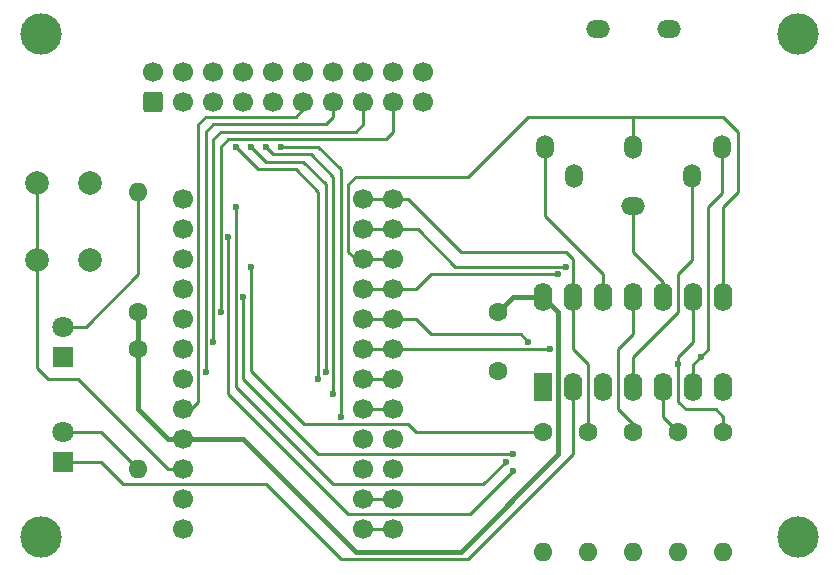
<source format=gtl>
G04 #@! TF.GenerationSoftware,KiCad,Pcbnew,(6.0.6)*
G04 #@! TF.CreationDate,2022-08-23T10:22:15+02:00*
G04 #@! TF.ProjectId,C64 XUM1541-II.kicad_pcb_DIN pas 5mm,43363420-5855-44d3-9135-34312d49492e,rev?*
G04 #@! TF.SameCoordinates,Original*
G04 #@! TF.FileFunction,Copper,L1,Top*
G04 #@! TF.FilePolarity,Positive*
%FSLAX46Y46*%
G04 Gerber Fmt 4.6, Leading zero omitted, Abs format (unit mm)*
G04 Created by KiCad (PCBNEW (6.0.6)) date 2022-08-23 10:22:15*
%MOMM*%
%LPD*%
G01*
G04 APERTURE LIST*
G04 Aperture macros list*
%AMRoundRect*
0 Rectangle with rounded corners*
0 $1 Rounding radius*
0 $2 $3 $4 $5 $6 $7 $8 $9 X,Y pos of 4 corners*
0 Add a 4 corners polygon primitive as box body*
4,1,4,$2,$3,$4,$5,$6,$7,$8,$9,$2,$3,0*
0 Add four circle primitives for the rounded corners*
1,1,$1+$1,$2,$3*
1,1,$1+$1,$4,$5*
1,1,$1+$1,$6,$7*
1,1,$1+$1,$8,$9*
0 Add four rect primitives between the rounded corners*
20,1,$1+$1,$2,$3,$4,$5,0*
20,1,$1+$1,$4,$5,$6,$7,0*
20,1,$1+$1,$6,$7,$8,$9,0*
20,1,$1+$1,$8,$9,$2,$3,0*%
G04 Aperture macros list end*
G04 #@! TA.AperFunction,ComponentPad*
%ADD10C,1.600000*%
G04 #@! TD*
G04 #@! TA.AperFunction,ComponentPad*
%ADD11C,3.500000*%
G04 #@! TD*
G04 #@! TA.AperFunction,ComponentPad*
%ADD12O,1.600000X1.600000*%
G04 #@! TD*
G04 #@! TA.AperFunction,ComponentPad*
%ADD13C,2.000000*%
G04 #@! TD*
G04 #@! TA.AperFunction,ComponentPad*
%ADD14R,1.600000X2.400000*%
G04 #@! TD*
G04 #@! TA.AperFunction,ComponentPad*
%ADD15O,1.600000X2.400000*%
G04 #@! TD*
G04 #@! TA.AperFunction,ComponentPad*
%ADD16O,1.524000X2.000000*%
G04 #@! TD*
G04 #@! TA.AperFunction,ComponentPad*
%ADD17O,2.000000X1.524000*%
G04 #@! TD*
G04 #@! TA.AperFunction,ComponentPad*
%ADD18R,1.800000X1.800000*%
G04 #@! TD*
G04 #@! TA.AperFunction,ComponentPad*
%ADD19C,1.800000*%
G04 #@! TD*
G04 #@! TA.AperFunction,ComponentPad*
%ADD20C,1.700000*%
G04 #@! TD*
G04 #@! TA.AperFunction,ComponentPad*
%ADD21RoundRect,0.250000X0.600000X-0.600000X0.600000X0.600000X-0.600000X0.600000X-0.600000X-0.600000X0*%
G04 #@! TD*
G04 #@! TA.AperFunction,ViaPad*
%ADD22C,0.600000*%
G04 #@! TD*
G04 #@! TA.AperFunction,Conductor*
%ADD23C,0.250000*%
G04 #@! TD*
G04 #@! TA.AperFunction,Conductor*
%ADD24C,0.381000*%
G04 #@! TD*
G04 APERTURE END LIST*
D10*
X141605000Y-81280000D03*
X141605000Y-86280000D03*
D11*
X102870000Y-100330000D03*
X167005000Y-100330000D03*
X102870000Y-57785000D03*
D10*
X111125000Y-81280000D03*
D12*
X111125000Y-71120000D03*
D10*
X156845000Y-91440000D03*
D12*
X156845000Y-101600000D03*
D10*
X145415000Y-91440000D03*
D12*
X145415000Y-101600000D03*
D10*
X153035000Y-91440000D03*
D12*
X153035000Y-101600000D03*
D10*
X149225000Y-91440000D03*
D12*
X149225000Y-101600000D03*
D13*
X102525000Y-70410000D03*
X102525000Y-76910000D03*
X107025000Y-76910000D03*
X107025000Y-70410000D03*
D14*
X145415000Y-87630000D03*
D15*
X147955000Y-87630000D03*
X150495000Y-87630000D03*
X153035000Y-87630000D03*
X155575000Y-87630000D03*
X158115000Y-87630000D03*
X160655000Y-87630000D03*
X160655000Y-80010000D03*
X158115000Y-80010000D03*
X155575000Y-80010000D03*
X153035000Y-80010000D03*
X150495000Y-80010000D03*
X147955000Y-80010000D03*
X145415000Y-80010000D03*
D11*
X167005000Y-57785000D03*
D16*
X145535000Y-67310000D03*
X148035000Y-69810000D03*
X153035000Y-67310000D03*
X158035000Y-69810000D03*
X160535000Y-67310000D03*
D17*
X153035000Y-72310000D03*
X156035000Y-57310000D03*
X150035000Y-57310000D03*
D18*
X104775000Y-85090000D03*
D19*
X104775000Y-82550000D03*
D18*
X104775000Y-93980000D03*
D19*
X104775000Y-91440000D03*
D10*
X160655000Y-91440000D03*
D12*
X160655000Y-101600000D03*
D20*
X130175000Y-99695000D03*
X132715000Y-99695000D03*
X130175000Y-97155000D03*
X132715000Y-97155000D03*
X130175000Y-94615000D03*
X132715000Y-94615000D03*
X132715000Y-92075000D03*
X130175000Y-92075000D03*
X132715000Y-89535000D03*
X130175000Y-89535000D03*
X130175000Y-86995000D03*
X132715000Y-86995000D03*
X132715000Y-84455000D03*
X130175000Y-84455000D03*
X130175000Y-81915000D03*
X132715000Y-81915000D03*
X130175000Y-79375000D03*
X132715000Y-79375000D03*
X132715000Y-76835000D03*
X130175000Y-76835000D03*
X130175000Y-74295000D03*
X132715000Y-74295000D03*
X130175000Y-71755000D03*
X132715000Y-71755000D03*
X114935000Y-71755000D03*
X114935000Y-74295000D03*
X114935000Y-76835000D03*
X114935000Y-79375000D03*
X114935000Y-81915000D03*
X114935000Y-84455000D03*
X114935000Y-86995000D03*
X114935000Y-89535000D03*
X114935000Y-92075000D03*
X114935000Y-94615000D03*
X114935000Y-97155000D03*
X114935000Y-99695000D03*
D10*
X111125000Y-84455000D03*
D12*
X111125000Y-94615000D03*
D21*
X112395000Y-63500000D03*
D20*
X114935000Y-63500000D03*
X117475000Y-63500000D03*
X120015000Y-63500000D03*
X122555000Y-63500000D03*
X125095000Y-63500000D03*
X127635000Y-63500000D03*
X130175000Y-63500000D03*
X132715000Y-63500000D03*
X135255000Y-63500000D03*
X114935000Y-60960000D03*
X122555000Y-60960000D03*
X130175000Y-60960000D03*
X120015000Y-60960000D03*
X135255000Y-60960000D03*
X112395000Y-60960000D03*
X125095000Y-60960000D03*
X132715000Y-60960000D03*
X117475000Y-60960000D03*
X127635000Y-60960000D03*
D22*
X156845000Y-85725000D03*
X147320000Y-77470000D03*
X146685000Y-78105000D03*
X144145000Y-83820000D03*
X158750000Y-85090000D03*
X145994500Y-84455000D03*
X127000000Y-86360000D03*
X120650000Y-67310000D03*
X126365000Y-86995000D03*
X119380000Y-67310000D03*
X127635000Y-88265000D03*
X121920000Y-67310000D03*
X123190000Y-67310000D03*
X128270000Y-90170000D03*
X142239996Y-93980000D03*
X119380000Y-72390000D03*
X142875000Y-94769481D03*
X118745000Y-74930000D03*
X120650000Y-77470000D03*
X120015000Y-80010000D03*
X142875000Y-93345000D03*
X118110000Y-81280000D03*
X117475000Y-83820000D03*
X116840000Y-86360000D03*
D23*
X104775000Y-91440000D02*
X107950000Y-91440000D01*
X107950000Y-91440000D02*
X111125000Y-94615000D01*
X147955000Y-76835000D02*
X147320000Y-76200000D01*
X149225000Y-91440000D02*
X149225000Y-85725000D01*
X133985000Y-71755000D02*
X132715000Y-71755000D01*
X147320000Y-76200000D02*
X138430000Y-76200000D01*
X130175000Y-71755000D02*
X132715000Y-71755000D01*
X147955000Y-84455000D02*
X147955000Y-80010000D01*
X147955000Y-80010000D02*
X147955000Y-76835000D01*
X149225000Y-85725000D02*
X147955000Y-84455000D01*
X138430000Y-76200000D02*
X133985000Y-71755000D01*
X147320000Y-77470000D02*
X137953750Y-77470000D01*
X160020000Y-89535000D02*
X160655000Y-90170000D01*
X156845000Y-85090000D02*
X156845000Y-85725000D01*
X156845000Y-85725000D02*
X156845000Y-88900000D01*
X158115000Y-80010000D02*
X158115000Y-83820000D01*
X156845000Y-88900000D02*
X157480000Y-89535000D01*
X158115000Y-83820000D02*
X156845000Y-85090000D01*
X160655000Y-90170000D02*
X160655000Y-91440000D01*
X137953750Y-77470000D02*
X134778750Y-74295000D01*
X130175000Y-74295000D02*
X132715000Y-74295000D01*
X157480000Y-89535000D02*
X160020000Y-89535000D01*
X134778750Y-74295000D02*
X132715000Y-74295000D01*
X160655000Y-72390000D02*
X160655000Y-80010000D01*
X160655000Y-64770000D02*
X161925000Y-66040000D01*
X144145000Y-64770000D02*
X139065000Y-69850000D01*
X153035000Y-64770000D02*
X144145000Y-64770000D01*
X132715000Y-76835000D02*
X130175000Y-76835000D01*
X153035000Y-64770000D02*
X160655000Y-64770000D01*
X161925000Y-71120000D02*
X160655000Y-72390000D01*
X128905000Y-70485000D02*
X128905000Y-76200000D01*
X128905000Y-76200000D02*
X129540000Y-76835000D01*
X153035000Y-65405000D02*
X153035000Y-64770000D01*
X129540000Y-76835000D02*
X130175000Y-76835000D01*
X161925000Y-66040000D02*
X161925000Y-71120000D01*
X139065000Y-69850000D02*
X129540000Y-69850000D01*
X153035000Y-67310000D02*
X153035000Y-65405000D01*
X129540000Y-69850000D02*
X128905000Y-70485000D01*
X130175000Y-79375000D02*
X132715000Y-79375000D01*
X155575000Y-78740000D02*
X153035000Y-76200000D01*
X155575000Y-80010000D02*
X155575000Y-78740000D01*
X135890000Y-78105000D02*
X146685000Y-78105000D01*
X132715000Y-79375000D02*
X134620000Y-79375000D01*
X134620000Y-79375000D02*
X135890000Y-78105000D01*
X153035000Y-76200000D02*
X153035000Y-72310000D01*
X134620000Y-81915000D02*
X135890000Y-83185000D01*
X158750000Y-85090000D02*
X159385000Y-84455000D01*
X158115000Y-85725000D02*
X158750000Y-85090000D01*
X158115000Y-87630000D02*
X158115000Y-85725000D01*
X135890000Y-83185000D02*
X143510000Y-83185000D01*
X132715000Y-81915000D02*
X134620000Y-81915000D01*
X143510000Y-83185000D02*
X144145000Y-83820000D01*
X160535000Y-71240000D02*
X160535000Y-67310000D01*
X132715000Y-81915000D02*
X130175000Y-81915000D01*
X159385000Y-72390000D02*
X160535000Y-71240000D01*
X159385000Y-84455000D02*
X159385000Y-72390000D01*
X132715000Y-84455000D02*
X130175000Y-84455000D01*
X145994500Y-84455000D02*
X135255000Y-84455000D01*
X145535000Y-73145000D02*
X150495000Y-78105000D01*
X150495000Y-80010000D02*
X150495000Y-78105000D01*
X135255000Y-84455000D02*
X132715000Y-84455000D01*
X145535000Y-67310000D02*
X145535000Y-73145000D01*
X127000000Y-70485000D02*
X127000000Y-86360000D01*
X120650000Y-67310000D02*
X121920000Y-68580000D01*
X125095000Y-68580000D02*
X127000000Y-70485000D01*
X121920000Y-68580000D02*
X125095000Y-68580000D01*
X132715000Y-86995000D02*
X130175000Y-86995000D01*
X121285000Y-69215000D02*
X124460000Y-69215000D01*
X126365000Y-71120000D02*
X126365000Y-74295000D01*
X124460000Y-69215000D02*
X126365000Y-71120000D01*
X119380000Y-67310000D02*
X121285000Y-69215000D01*
X126365000Y-74295000D02*
X126365000Y-86995000D01*
X132715000Y-89535000D02*
X130175000Y-89535000D01*
X125730000Y-67945000D02*
X127635000Y-69850000D01*
X122555000Y-67945000D02*
X125730000Y-67945000D01*
X121920000Y-67310000D02*
X122555000Y-67945000D01*
X127635000Y-69850000D02*
X127635000Y-88265000D01*
X132715000Y-97155000D02*
X130175000Y-97155000D01*
X123190000Y-67310000D02*
X126365000Y-67310000D01*
X130175000Y-99695000D02*
X132715000Y-99695000D01*
X128270000Y-69215000D02*
X128270000Y-90170000D01*
X126365000Y-67310000D02*
X128270000Y-69215000D01*
X153035000Y-90805000D02*
X151765000Y-89535000D01*
X153035000Y-91440000D02*
X153035000Y-90805000D01*
X119380000Y-72390000D02*
X119380000Y-87630000D01*
X153035000Y-83185000D02*
X153035000Y-80010000D01*
X151765000Y-84455000D02*
X153035000Y-83185000D01*
X151765000Y-89535000D02*
X151765000Y-84455000D01*
X119380000Y-87630000D02*
X127635000Y-95885000D01*
X140334996Y-95885000D02*
X142239996Y-93980000D01*
X127635000Y-95885000D02*
X140334996Y-95885000D01*
X139219481Y-98425000D02*
X142875000Y-94769481D01*
X155575000Y-87630000D02*
X155575000Y-90170000D01*
X128905000Y-98425000D02*
X139219481Y-98425000D01*
X155575000Y-90170000D02*
X156845000Y-91440000D01*
X118745000Y-88265000D02*
X128905000Y-98425000D01*
X118745000Y-74930000D02*
X118745000Y-88265000D01*
X120650000Y-86312501D02*
X120650000Y-77470000D01*
X134620000Y-91440000D02*
X133985000Y-90805000D01*
X125142499Y-90805000D02*
X120650000Y-86312501D01*
X133985000Y-90805000D02*
X125142499Y-90805000D01*
X145415000Y-91440000D02*
X134620000Y-91440000D01*
X158035000Y-69810000D02*
X158035000Y-76915000D01*
X156845000Y-78105000D02*
X156845000Y-81280000D01*
X158035000Y-76915000D02*
X156845000Y-78105000D01*
X126365000Y-93345000D02*
X120015000Y-86995000D01*
X136525000Y-93345000D02*
X142875000Y-93345000D01*
X156845000Y-81280000D02*
X153035000Y-85090000D01*
X136525000Y-93345000D02*
X126365000Y-93345000D01*
X120015000Y-86995000D02*
X120015000Y-80010000D01*
X153035000Y-85090000D02*
X153035000Y-87630000D01*
X132080000Y-66675000D02*
X118745000Y-66675000D01*
X132715000Y-63500000D02*
X132715000Y-66040000D01*
X118110000Y-67310000D02*
X118110000Y-71118590D01*
X118745000Y-66675000D02*
X118110000Y-67310000D01*
X132715000Y-66040000D02*
X132080000Y-66675000D01*
X118110000Y-71118590D02*
X118110000Y-81280000D01*
X117475000Y-83820000D02*
X117475000Y-66675000D01*
X130175000Y-65405000D02*
X130175000Y-63500000D01*
X118110000Y-66040000D02*
X129540000Y-66040000D01*
X129540000Y-66040000D02*
X130175000Y-65405000D01*
X117475000Y-66675000D02*
X118110000Y-66040000D01*
X116840000Y-66040000D02*
X116840000Y-70485000D01*
X116840000Y-86360000D02*
X116840000Y-70485000D01*
X127000000Y-65405000D02*
X117475000Y-65405000D01*
X127635000Y-63500000D02*
X127635000Y-64770000D01*
X127635000Y-64770000D02*
X127000000Y-65405000D01*
X117475000Y-65405000D02*
X116840000Y-66040000D01*
X116205000Y-65405000D02*
X116840000Y-64770000D01*
X124460000Y-64770000D02*
X125095000Y-64135000D01*
X114935000Y-89535000D02*
X115570000Y-89535000D01*
X125095000Y-64135000D02*
X125095000Y-63500000D01*
X115570000Y-89535000D02*
X116205000Y-88900000D01*
X116840000Y-64770000D02*
X124460000Y-64770000D01*
X116205000Y-88900000D02*
X116205000Y-65405000D01*
D24*
X111125000Y-89535000D02*
X111125000Y-88900000D01*
X113665000Y-92075000D02*
X111125000Y-89535000D01*
X146685000Y-81280000D02*
X146685000Y-93345000D01*
X142875000Y-80010000D02*
X141605000Y-81280000D01*
X111125000Y-84455000D02*
X111125000Y-81280000D01*
X120015000Y-92075000D02*
X116205000Y-92075000D01*
X111125000Y-88900000D02*
X111125000Y-83820000D01*
X146685000Y-93345000D02*
X138430000Y-101600000D01*
X145415000Y-80010000D02*
X146685000Y-81280000D01*
X143510000Y-80010000D02*
X142875000Y-80010000D01*
X145415000Y-80010000D02*
X143510000Y-80010000D01*
X114935000Y-92075000D02*
X113665000Y-92075000D01*
X138430000Y-101600000D02*
X129540000Y-101600000D01*
X116205000Y-92075000D02*
X114935000Y-92075000D01*
X129540000Y-101600000D02*
X120015000Y-92075000D01*
D23*
X102525000Y-76910000D02*
X102525000Y-86015000D01*
X103505000Y-86995000D02*
X106045000Y-86995000D01*
X102525000Y-86015000D02*
X103505000Y-86995000D01*
X106045000Y-86995000D02*
X113665000Y-94615000D01*
X113665000Y-94615000D02*
X114935000Y-94615000D01*
X102525000Y-70410000D02*
X102525000Y-76910000D01*
X104775000Y-82550000D02*
X106680000Y-82550000D01*
X111125000Y-73025000D02*
X111125000Y-71120000D01*
X111125000Y-78105000D02*
X111125000Y-73025000D01*
X106680000Y-82550000D02*
X111125000Y-78105000D01*
X139065000Y-102235000D02*
X147955000Y-93345000D01*
X121920000Y-95885000D02*
X128270000Y-102235000D01*
X147955000Y-93345000D02*
X147955000Y-87630000D01*
X109855000Y-95885000D02*
X121920000Y-95885000D01*
X128270000Y-102235000D02*
X139065000Y-102235000D01*
X104775000Y-93980000D02*
X107950000Y-93980000D01*
X107950000Y-93980000D02*
X109855000Y-95885000D01*
M02*

</source>
